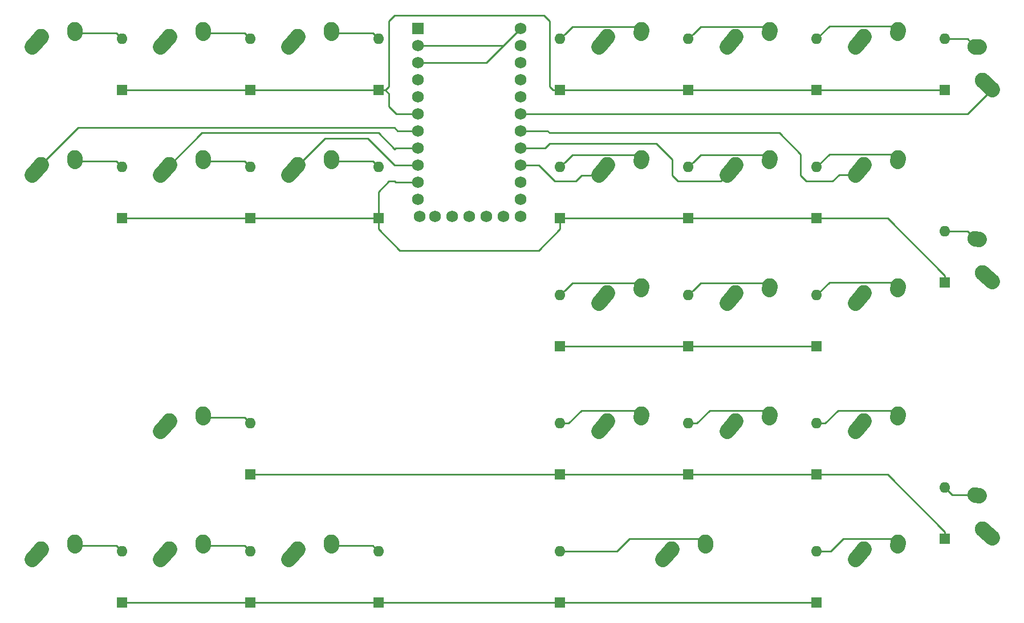
<source format=gbr>
G04 #@! TF.GenerationSoftware,KiCad,Pcbnew,(5.1.5)-3*
G04 #@! TF.CreationDate,2020-05-03T20:55:51-04:00*
G04 #@! TF.ProjectId,SideCar1.0,53696465-4361-4723-912e-302e6b696361,rev?*
G04 #@! TF.SameCoordinates,Original*
G04 #@! TF.FileFunction,Copper,L2,Bot*
G04 #@! TF.FilePolarity,Positive*
%FSLAX46Y46*%
G04 Gerber Fmt 4.6, Leading zero omitted, Abs format (unit mm)*
G04 Created by KiCad (PCBNEW (5.1.5)-3) date 2020-05-03 20:55:51*
%MOMM*%
%LPD*%
G04 APERTURE LIST*
%ADD10C,1.752600*%
%ADD11R,1.752600X1.752600*%
%ADD12C,2.250000*%
%ADD13C,2.250000*%
%ADD14O,1.600000X1.600000*%
%ADD15R,1.600000X1.600000*%
%ADD16C,0.250000*%
G04 APERTURE END LIST*
D10*
X195738750Y-127476250D03*
X198278750Y-127476250D03*
X200818750Y-127476250D03*
X203358750Y-127476250D03*
X205898750Y-127476250D03*
X208438750Y-99536250D03*
X193427350Y-127476250D03*
X208438750Y-102076250D03*
X208438750Y-104616250D03*
X208438750Y-107156250D03*
X208438750Y-109696250D03*
X208438750Y-112236250D03*
X208438750Y-114776250D03*
X208438750Y-117316250D03*
X208438750Y-119856250D03*
X208438750Y-122396250D03*
X208438750Y-124936250D03*
X208438750Y-127476250D03*
X193198750Y-124936250D03*
X193198750Y-122396250D03*
X193198750Y-119856250D03*
X193198750Y-117316250D03*
X193198750Y-114776250D03*
X193198750Y-112236250D03*
X193198750Y-109696250D03*
X193198750Y-107156250D03*
X193198750Y-104616250D03*
X193198750Y-102076250D03*
D11*
X193198750Y-99536250D03*
D12*
X276987500Y-173950000D03*
D13*
X278447500Y-175260000D02*
X276987500Y-173949998D01*
D12*
X275907500Y-168910000D03*
D13*
X276487500Y-168950000D02*
X275907500Y-168910000D01*
D12*
X276987500Y-135850000D03*
D13*
X278447500Y-137160000D02*
X276987500Y-135849998D01*
D12*
X275907500Y-130810000D03*
D13*
X276487500Y-130850000D02*
X275907500Y-130810000D01*
D12*
X276987500Y-107275000D03*
D13*
X278447500Y-108585000D02*
X276987500Y-107274998D01*
D12*
X275907500Y-102235000D03*
D13*
X276487500Y-102275000D02*
X275907500Y-102235000D01*
D12*
X259437500Y-176975000D03*
D13*
X258127500Y-178435000D02*
X259437502Y-176975000D01*
D12*
X264477500Y-175895000D03*
D13*
X264437500Y-176475000D02*
X264477500Y-175895000D01*
D12*
X259437500Y-157925000D03*
D13*
X258127500Y-159385000D02*
X259437502Y-157925000D01*
D12*
X264477500Y-156845000D03*
D13*
X264437500Y-157425000D02*
X264477500Y-156845000D01*
D12*
X259437500Y-138875000D03*
D13*
X258127500Y-140335000D02*
X259437502Y-138875000D01*
D12*
X264477500Y-137795000D03*
D13*
X264437500Y-138375000D02*
X264477500Y-137795000D01*
D12*
X259437500Y-119825000D03*
D13*
X258127500Y-121285000D02*
X259437502Y-119825000D01*
D12*
X264477500Y-118745000D03*
D13*
X264437500Y-119325000D02*
X264477500Y-118745000D01*
D12*
X259437500Y-100775000D03*
D13*
X258127500Y-102235000D02*
X259437502Y-100775000D01*
D12*
X264477500Y-99695000D03*
D13*
X264437500Y-100275000D02*
X264477500Y-99695000D01*
D12*
X240387500Y-157925000D03*
D13*
X239077500Y-159385000D02*
X240387502Y-157925000D01*
D12*
X245427500Y-156845000D03*
D13*
X245387500Y-157425000D02*
X245427500Y-156845000D01*
D12*
X240387500Y-138875000D03*
D13*
X239077500Y-140335000D02*
X240387502Y-138875000D01*
D12*
X245427500Y-137795000D03*
D13*
X245387500Y-138375000D02*
X245427500Y-137795000D01*
D12*
X240387500Y-119825000D03*
D13*
X239077500Y-121285000D02*
X240387502Y-119825000D01*
D12*
X245427500Y-118745000D03*
D13*
X245387500Y-119325000D02*
X245427500Y-118745000D01*
D12*
X240387500Y-100775000D03*
D13*
X239077500Y-102235000D02*
X240387502Y-100775000D01*
D12*
X245427500Y-99695000D03*
D13*
X245387500Y-100275000D02*
X245427500Y-99695000D01*
D12*
X230862500Y-176975000D03*
D13*
X229552500Y-178435000D02*
X230862502Y-176975000D01*
D12*
X235902500Y-175895000D03*
D13*
X235862500Y-176475000D02*
X235902500Y-175895000D01*
D12*
X221337500Y-157925000D03*
D13*
X220027500Y-159385000D02*
X221337502Y-157925000D01*
D12*
X226377500Y-156845000D03*
D13*
X226337500Y-157425000D02*
X226377500Y-156845000D01*
D12*
X221337500Y-138875000D03*
D13*
X220027500Y-140335000D02*
X221337502Y-138875000D01*
D12*
X226377500Y-137795000D03*
D13*
X226337500Y-138375000D02*
X226377500Y-137795000D01*
D12*
X221337500Y-119825000D03*
D13*
X220027500Y-121285000D02*
X221337502Y-119825000D01*
D12*
X226377500Y-118745000D03*
D13*
X226337500Y-119325000D02*
X226377500Y-118745000D01*
D12*
X221337500Y-100775000D03*
D13*
X220027500Y-102235000D02*
X221337502Y-100775000D01*
D12*
X226377500Y-99695000D03*
D13*
X226337500Y-100275000D02*
X226377500Y-99695000D01*
D12*
X175300000Y-176975000D03*
D13*
X173990000Y-178435000D02*
X175300002Y-176975000D01*
D12*
X180340000Y-175895000D03*
D13*
X180300000Y-176475000D02*
X180340000Y-175895000D01*
D12*
X175300000Y-119825000D03*
D13*
X173990000Y-121285000D02*
X175300002Y-119825000D01*
D12*
X180340000Y-118745000D03*
D13*
X180300000Y-119325000D02*
X180340000Y-118745000D01*
D12*
X175300000Y-100775000D03*
D13*
X173990000Y-102235000D02*
X175300002Y-100775000D01*
D12*
X180340000Y-99695000D03*
D13*
X180300000Y-100275000D02*
X180340000Y-99695000D01*
D12*
X156250000Y-176975000D03*
D13*
X154940000Y-178435000D02*
X156250002Y-176975000D01*
D12*
X161290000Y-175895000D03*
D13*
X161250000Y-176475000D02*
X161290000Y-175895000D01*
D12*
X156250000Y-157925000D03*
D13*
X154940000Y-159385000D02*
X156250002Y-157925000D01*
D12*
X161290000Y-156845000D03*
D13*
X161250000Y-157425000D02*
X161290000Y-156845000D01*
D12*
X156250000Y-119825000D03*
D13*
X154940000Y-121285000D02*
X156250002Y-119825000D01*
D12*
X161290000Y-118745000D03*
D13*
X161250000Y-119325000D02*
X161290000Y-118745000D01*
D12*
X156250000Y-100775000D03*
D13*
X154940000Y-102235000D02*
X156250002Y-100775000D01*
D12*
X161290000Y-99695000D03*
D13*
X161250000Y-100275000D02*
X161290000Y-99695000D01*
D12*
X137200000Y-176975000D03*
D13*
X135890000Y-178435000D02*
X137200002Y-176975000D01*
D12*
X142240000Y-175895000D03*
D13*
X142200000Y-176475000D02*
X142240000Y-175895000D01*
D12*
X137200000Y-119825000D03*
D13*
X135890000Y-121285000D02*
X137200002Y-119825000D01*
D12*
X142240000Y-118745000D03*
D13*
X142200000Y-119325000D02*
X142240000Y-118745000D01*
D12*
X137200000Y-100775000D03*
D13*
X135890000Y-102235000D02*
X137200002Y-100775000D01*
D12*
X142240000Y-99695000D03*
D13*
X142200000Y-100275000D02*
X142240000Y-99695000D01*
D14*
X271462500Y-167798750D03*
D15*
X271462500Y-175418750D03*
D14*
X271462500Y-129698750D03*
D15*
X271462500Y-137318750D03*
D14*
X271462500Y-101123750D03*
D15*
X271462500Y-108743750D03*
D14*
X252412500Y-177323750D03*
D15*
X252412500Y-184943750D03*
D14*
X252412500Y-158273750D03*
D15*
X252412500Y-165893750D03*
D14*
X252412500Y-139223750D03*
D15*
X252412500Y-146843750D03*
D14*
X252412500Y-120173750D03*
D15*
X252412500Y-127793750D03*
D14*
X252412500Y-101123750D03*
D15*
X252412500Y-108743750D03*
D14*
X233362500Y-158273750D03*
D15*
X233362500Y-165893750D03*
D14*
X233362500Y-139223750D03*
D15*
X233362500Y-146843750D03*
D14*
X233362500Y-120173750D03*
D15*
X233362500Y-127793750D03*
D14*
X233362500Y-101123750D03*
D15*
X233362500Y-108743750D03*
D14*
X214312500Y-177323750D03*
D15*
X214312500Y-184943750D03*
D14*
X214312500Y-158273750D03*
D15*
X214312500Y-165893750D03*
D14*
X214312500Y-139223750D03*
D15*
X214312500Y-146843750D03*
D14*
X214312500Y-120173750D03*
D15*
X214312500Y-127793750D03*
D14*
X214312500Y-101123750D03*
D15*
X214312500Y-108743750D03*
D14*
X187325000Y-177323750D03*
D15*
X187325000Y-184943750D03*
D14*
X187325000Y-120173750D03*
D15*
X187325000Y-127793750D03*
D14*
X187325000Y-101123750D03*
D15*
X187325000Y-108743750D03*
D14*
X168275000Y-177323750D03*
D15*
X168275000Y-184943750D03*
D14*
X168275000Y-158273750D03*
D15*
X168275000Y-165893750D03*
D14*
X168275000Y-120173750D03*
D15*
X168275000Y-127793750D03*
D14*
X168275000Y-101123750D03*
D15*
X168275000Y-108743750D03*
D14*
X149225000Y-177323750D03*
D15*
X149225000Y-184943750D03*
D14*
X149225000Y-120173750D03*
D15*
X149225000Y-127793750D03*
D14*
X149225000Y-101123750D03*
D15*
X149225000Y-108743750D03*
D16*
X148376250Y-100275000D02*
X149225000Y-101123750D01*
X142200000Y-100275000D02*
X148376250Y-100275000D01*
X149225000Y-108743750D02*
X168275000Y-108743750D01*
X168275000Y-108743750D02*
X187325000Y-108743750D01*
X214312500Y-108743750D02*
X271462500Y-108743750D01*
X188375000Y-108743750D02*
X188912500Y-108206250D01*
X187325000Y-108743750D02*
X188375000Y-108743750D01*
X188912500Y-108206250D02*
X188912500Y-98425000D01*
X188912500Y-98425000D02*
X189706250Y-97631250D01*
X189706250Y-97631250D02*
X211931250Y-97631250D01*
X211931250Y-97631250D02*
X212725000Y-98425000D01*
X213262500Y-108743750D02*
X214312500Y-108743750D01*
X212725000Y-108206250D02*
X213262500Y-108743750D01*
X212725000Y-98425000D02*
X212725000Y-108206250D01*
X188375000Y-108743750D02*
X188912500Y-109281250D01*
X188912500Y-109281250D02*
X188912500Y-111125000D01*
X190023750Y-112236250D02*
X193198750Y-112236250D01*
X188912500Y-111125000D02*
X190023750Y-112236250D01*
X148376250Y-119325000D02*
X149225000Y-120173750D01*
X142200000Y-119325000D02*
X148376250Y-119325000D01*
X149225000Y-127793750D02*
X168275000Y-127793750D01*
X168275000Y-127793750D02*
X187325000Y-127793750D01*
X214312500Y-127793750D02*
X252412500Y-127793750D01*
X271462500Y-136268750D02*
X271462500Y-137318750D01*
X262987500Y-127793750D02*
X271462500Y-136268750D01*
X252412500Y-127793750D02*
X262987500Y-127793750D01*
X187325000Y-127793750D02*
X187325000Y-129381250D01*
X187325000Y-129381250D02*
X190500000Y-132556250D01*
X190500000Y-132556250D02*
X207168750Y-132556250D01*
X214312500Y-127793750D02*
X214312500Y-129381250D01*
X214312500Y-129381250D02*
X211137500Y-132556250D01*
X211137500Y-132556250D02*
X207168750Y-132556250D01*
X189865000Y-122396250D02*
X193198750Y-122396250D01*
X189706250Y-122237500D02*
X189865000Y-122396250D01*
X188912500Y-122237500D02*
X189706250Y-122237500D01*
X187325000Y-127793750D02*
X187325000Y-123825000D01*
X187325000Y-123825000D02*
X188912500Y-122237500D01*
X148376250Y-176475000D02*
X149225000Y-177323750D01*
X142200000Y-176475000D02*
X148376250Y-176475000D01*
X149225000Y-184943750D02*
X252412500Y-184943750D01*
X167426250Y-100275000D02*
X168275000Y-101123750D01*
X161250000Y-100275000D02*
X167426250Y-100275000D01*
X167426250Y-119325000D02*
X168275000Y-120173750D01*
X161250000Y-119325000D02*
X167426250Y-119325000D01*
X167426250Y-157425000D02*
X168275000Y-158273750D01*
X161250000Y-157425000D02*
X167426250Y-157425000D01*
X168275000Y-165893750D02*
X252412500Y-165893750D01*
X271462500Y-174368750D02*
X271462500Y-175418750D01*
X262987500Y-165893750D02*
X271462500Y-174368750D01*
X252412500Y-165893750D02*
X262987500Y-165893750D01*
X167426250Y-176475000D02*
X168275000Y-177323750D01*
X161250000Y-176475000D02*
X167426250Y-176475000D01*
X186476250Y-100275000D02*
X187325000Y-101123750D01*
X180300000Y-100275000D02*
X186476250Y-100275000D01*
X186476250Y-119325000D02*
X187325000Y-120173750D01*
X180300000Y-119325000D02*
X186476250Y-119325000D01*
X186476250Y-176475000D02*
X187007500Y-177006250D01*
X180300000Y-176475000D02*
X186476250Y-176475000D01*
X215112499Y-100323751D02*
X214312500Y-101123750D01*
X216111251Y-99324999D02*
X215112499Y-100323751D01*
X225387499Y-99324999D02*
X216111251Y-99324999D01*
X226337500Y-100275000D02*
X225387499Y-99324999D01*
X216111251Y-118374999D02*
X215112499Y-119373751D01*
X225387499Y-118374999D02*
X216111251Y-118374999D01*
X215112499Y-119373751D02*
X214312500Y-120173750D01*
X226337500Y-119325000D02*
X225387499Y-118374999D01*
X215112499Y-138423751D02*
X214312500Y-139223750D01*
X216111251Y-137424999D02*
X215112499Y-138423751D01*
X225387499Y-137424999D02*
X216111251Y-137424999D01*
X226337500Y-138375000D02*
X225387499Y-137424999D01*
X214312500Y-146843750D02*
X252412500Y-146843750D01*
X225901250Y-156368750D02*
X226377500Y-156845000D01*
X217487500Y-156368750D02*
X225901250Y-156368750D01*
X214312500Y-158273750D02*
X215582500Y-158273750D01*
X215582500Y-158273750D02*
X217487500Y-156368750D01*
X234912499Y-175524999D02*
X235862500Y-176475000D01*
X235426250Y-175418750D02*
X235902500Y-175895000D01*
X224631250Y-175418750D02*
X235426250Y-175418750D01*
X214312500Y-177323750D02*
X222726250Y-177323750D01*
X222726250Y-177323750D02*
X224631250Y-175418750D01*
X234162499Y-100323751D02*
X233362500Y-101123750D01*
X235161251Y-99324999D02*
X234162499Y-100323751D01*
X244437499Y-99324999D02*
X235161251Y-99324999D01*
X245387500Y-100275000D02*
X244437499Y-99324999D01*
X234162499Y-119373751D02*
X233362500Y-120173750D01*
X244437499Y-118374999D02*
X235161251Y-118374999D01*
X235161251Y-118374999D02*
X234162499Y-119373751D01*
X245387500Y-119325000D02*
X244437499Y-118374999D01*
X234162499Y-138423751D02*
X233362500Y-139223750D01*
X235161251Y-137424999D02*
X234162499Y-138423751D01*
X244437499Y-137424999D02*
X235161251Y-137424999D01*
X245387500Y-138375000D02*
X244437499Y-137424999D01*
X244951250Y-156368750D02*
X245427500Y-156845000D01*
X236537500Y-156368750D02*
X244951250Y-156368750D01*
X233362500Y-158273750D02*
X234632500Y-158273750D01*
X234632500Y-158273750D02*
X236537500Y-156368750D01*
X264001250Y-99218750D02*
X264477500Y-99695000D01*
X252412500Y-101123750D02*
X254317500Y-99218750D01*
X254317500Y-99218750D02*
X264001250Y-99218750D01*
X252412500Y-120173750D02*
X254317500Y-118268750D01*
X254317500Y-118268750D02*
X263525000Y-118268750D01*
X263525000Y-118412500D02*
X264437500Y-119325000D01*
X263525000Y-118268750D02*
X263525000Y-118412500D01*
X264001250Y-137318750D02*
X264477500Y-137795000D01*
X252412500Y-139223750D02*
X254317500Y-137318750D01*
X254317500Y-137318750D02*
X264001250Y-137318750D01*
X263525000Y-156368750D02*
X263525000Y-156512500D01*
X255587500Y-156368750D02*
X263525000Y-156368750D01*
X252412500Y-158273750D02*
X253682500Y-158273750D01*
X263525000Y-156512500D02*
X264437500Y-157425000D01*
X253682500Y-158273750D02*
X255587500Y-156368750D01*
X264001250Y-175418750D02*
X264477500Y-175895000D01*
X256381250Y-175418750D02*
X264001250Y-175418750D01*
X252412500Y-177323750D02*
X254476250Y-177323750D01*
X254476250Y-177323750D02*
X256381250Y-175418750D01*
X274796250Y-101123750D02*
X275907500Y-102235000D01*
X271462500Y-101123750D02*
X274796250Y-101123750D01*
X274796250Y-129698750D02*
X275907500Y-130810000D01*
X271462500Y-129698750D02*
X274796250Y-129698750D01*
X272573750Y-168910000D02*
X275907500Y-168910000D01*
X271462500Y-167798750D02*
X272573750Y-168910000D01*
X190182500Y-114776250D02*
X193198750Y-114776250D01*
X142725000Y-114300000D02*
X189706250Y-114300000D01*
X135890000Y-121285000D02*
X135890000Y-121135000D01*
X189706250Y-114300000D02*
X190182500Y-114776250D01*
X135890000Y-121135000D02*
X142725000Y-114300000D01*
X154940000Y-121285000D02*
X161131250Y-115093750D01*
X161131250Y-115093750D02*
X187325000Y-115093750D01*
X187325000Y-115093750D02*
X189706250Y-117475000D01*
X189865000Y-117316250D02*
X193198750Y-117316250D01*
X189706250Y-117475000D02*
X189865000Y-117316250D01*
X173990000Y-121285000D02*
X179387500Y-115887500D01*
X179387500Y-115887500D02*
X185737500Y-115887500D01*
X185737500Y-115887500D02*
X189706250Y-119856250D01*
X189706250Y-119856250D02*
X193198750Y-119856250D01*
X208438750Y-119856250D02*
X211137500Y-119856250D01*
X211137500Y-119856250D02*
X213518750Y-122237500D01*
X213518750Y-122237500D02*
X216693750Y-122237500D01*
X216693750Y-122237500D02*
X217487500Y-121443750D01*
X217487500Y-121443750D02*
X219868750Y-121443750D01*
X238125000Y-122237500D02*
X239077500Y-121285000D01*
X230981250Y-121443750D02*
X231775000Y-122237500D01*
X208438750Y-117316250D02*
X212090000Y-117316250D01*
X212090000Y-117316250D02*
X212725000Y-116681250D01*
X231775000Y-122237500D02*
X238125000Y-122237500D01*
X212725000Y-116681250D02*
X228600000Y-116681250D01*
X228600000Y-116681250D02*
X230981250Y-119062500D01*
X230981250Y-119062500D02*
X230981250Y-121443750D01*
X254793750Y-122237500D02*
X255746250Y-121285000D01*
X212407500Y-114776250D02*
X212725000Y-115093750D01*
X250031250Y-118268750D02*
X250031250Y-121443750D01*
X208438750Y-114776250D02*
X212407500Y-114776250D01*
X255746250Y-121285000D02*
X258127500Y-121285000D01*
X250031250Y-121443750D02*
X250825000Y-122237500D01*
X212725000Y-115093750D02*
X246856250Y-115093750D01*
X250825000Y-122237500D02*
X254793750Y-122237500D01*
X246856250Y-115093750D02*
X250031250Y-118268750D01*
X274796250Y-112236250D02*
X278447500Y-108585000D01*
X208438750Y-112236250D02*
X274796250Y-112236250D01*
X203358750Y-104616250D02*
X208438750Y-99536250D01*
X193198750Y-104616250D02*
X203358750Y-104616250D01*
X205898750Y-102076250D02*
X208438750Y-99536250D01*
X193198750Y-102076250D02*
X205898750Y-102076250D01*
M02*

</source>
